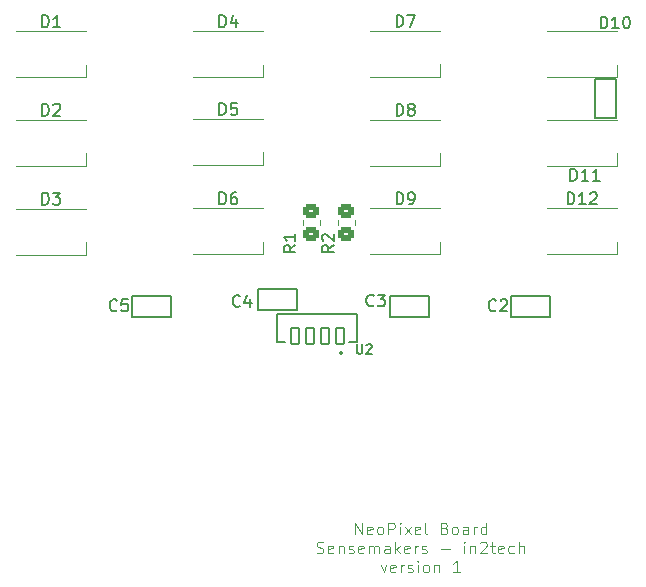
<source format=gbr>
%TF.GenerationSoftware,KiCad,Pcbnew,8.0.5*%
%TF.CreationDate,2024-10-07T22:09:58+02:00*%
%TF.ProjectId,kerstboom,6b657273-7462-46f6-9f6d-2e6b69636164,rev?*%
%TF.SameCoordinates,Original*%
%TF.FileFunction,Legend,Top*%
%TF.FilePolarity,Positive*%
%FSLAX46Y46*%
G04 Gerber Fmt 4.6, Leading zero omitted, Abs format (unit mm)*
G04 Created by KiCad (PCBNEW 8.0.5) date 2024-10-07 22:09:58*
%MOMM*%
%LPD*%
G01*
G04 APERTURE LIST*
G04 Aperture macros list*
%AMRoundRect*
0 Rectangle with rounded corners*
0 $1 Rounding radius*
0 $2 $3 $4 $5 $6 $7 $8 $9 X,Y pos of 4 corners*
0 Add a 4 corners polygon primitive as box body*
4,1,4,$2,$3,$4,$5,$6,$7,$8,$9,$2,$3,0*
0 Add four circle primitives for the rounded corners*
1,1,$1+$1,$2,$3*
1,1,$1+$1,$4,$5*
1,1,$1+$1,$6,$7*
1,1,$1+$1,$8,$9*
0 Add four rect primitives between the rounded corners*
20,1,$1+$1,$2,$3,$4,$5,0*
20,1,$1+$1,$4,$5,$6,$7,0*
20,1,$1+$1,$6,$7,$8,$9,0*
20,1,$1+$1,$8,$9,$2,$3,0*%
G04 Aperture macros list end*
%ADD10C,0.100000*%
%ADD11C,0.150000*%
%ADD12C,0.120000*%
%ADD13C,0.127000*%
%ADD14C,0.200000*%
%ADD15C,2.200000*%
%ADD16R,1.600000X0.850000*%
%ADD17C,3.200000*%
%ADD18RoundRect,0.250000X-0.450000X0.350000X-0.450000X-0.350000X0.450000X-0.350000X0.450000X0.350000X0*%
%ADD19R,1.016000X1.400000*%
%ADD20RoundRect,0.102000X-0.350000X0.700000X-0.350000X-0.700000X0.350000X-0.700000X0.350000X0.700000X0*%
%ADD21R,1.400000X1.016000*%
%ADD22R,1.270000X1.270000*%
%ADD23C,1.270000*%
%ADD24R,1.700000X1.700000*%
%ADD25O,1.700000X1.700000*%
%ADD26O,2.748280X1.998980*%
G04 APERTURE END LIST*
D10*
X133002380Y-122152531D02*
X133002380Y-121152531D01*
X133002380Y-121152531D02*
X133573808Y-122152531D01*
X133573808Y-122152531D02*
X133573808Y-121152531D01*
X134430951Y-122104912D02*
X134335713Y-122152531D01*
X134335713Y-122152531D02*
X134145237Y-122152531D01*
X134145237Y-122152531D02*
X134049999Y-122104912D01*
X134049999Y-122104912D02*
X134002380Y-122009673D01*
X134002380Y-122009673D02*
X134002380Y-121628721D01*
X134002380Y-121628721D02*
X134049999Y-121533483D01*
X134049999Y-121533483D02*
X134145237Y-121485864D01*
X134145237Y-121485864D02*
X134335713Y-121485864D01*
X134335713Y-121485864D02*
X134430951Y-121533483D01*
X134430951Y-121533483D02*
X134478570Y-121628721D01*
X134478570Y-121628721D02*
X134478570Y-121723959D01*
X134478570Y-121723959D02*
X134002380Y-121819197D01*
X135049999Y-122152531D02*
X134954761Y-122104912D01*
X134954761Y-122104912D02*
X134907142Y-122057292D01*
X134907142Y-122057292D02*
X134859523Y-121962054D01*
X134859523Y-121962054D02*
X134859523Y-121676340D01*
X134859523Y-121676340D02*
X134907142Y-121581102D01*
X134907142Y-121581102D02*
X134954761Y-121533483D01*
X134954761Y-121533483D02*
X135049999Y-121485864D01*
X135049999Y-121485864D02*
X135192856Y-121485864D01*
X135192856Y-121485864D02*
X135288094Y-121533483D01*
X135288094Y-121533483D02*
X135335713Y-121581102D01*
X135335713Y-121581102D02*
X135383332Y-121676340D01*
X135383332Y-121676340D02*
X135383332Y-121962054D01*
X135383332Y-121962054D02*
X135335713Y-122057292D01*
X135335713Y-122057292D02*
X135288094Y-122104912D01*
X135288094Y-122104912D02*
X135192856Y-122152531D01*
X135192856Y-122152531D02*
X135049999Y-122152531D01*
X135811904Y-122152531D02*
X135811904Y-121152531D01*
X135811904Y-121152531D02*
X136192856Y-121152531D01*
X136192856Y-121152531D02*
X136288094Y-121200150D01*
X136288094Y-121200150D02*
X136335713Y-121247769D01*
X136335713Y-121247769D02*
X136383332Y-121343007D01*
X136383332Y-121343007D02*
X136383332Y-121485864D01*
X136383332Y-121485864D02*
X136335713Y-121581102D01*
X136335713Y-121581102D02*
X136288094Y-121628721D01*
X136288094Y-121628721D02*
X136192856Y-121676340D01*
X136192856Y-121676340D02*
X135811904Y-121676340D01*
X136811904Y-122152531D02*
X136811904Y-121485864D01*
X136811904Y-121152531D02*
X136764285Y-121200150D01*
X136764285Y-121200150D02*
X136811904Y-121247769D01*
X136811904Y-121247769D02*
X136859523Y-121200150D01*
X136859523Y-121200150D02*
X136811904Y-121152531D01*
X136811904Y-121152531D02*
X136811904Y-121247769D01*
X137192856Y-122152531D02*
X137716665Y-121485864D01*
X137192856Y-121485864D02*
X137716665Y-122152531D01*
X138478570Y-122104912D02*
X138383332Y-122152531D01*
X138383332Y-122152531D02*
X138192856Y-122152531D01*
X138192856Y-122152531D02*
X138097618Y-122104912D01*
X138097618Y-122104912D02*
X138049999Y-122009673D01*
X138049999Y-122009673D02*
X138049999Y-121628721D01*
X138049999Y-121628721D02*
X138097618Y-121533483D01*
X138097618Y-121533483D02*
X138192856Y-121485864D01*
X138192856Y-121485864D02*
X138383332Y-121485864D01*
X138383332Y-121485864D02*
X138478570Y-121533483D01*
X138478570Y-121533483D02*
X138526189Y-121628721D01*
X138526189Y-121628721D02*
X138526189Y-121723959D01*
X138526189Y-121723959D02*
X138049999Y-121819197D01*
X139097618Y-122152531D02*
X139002380Y-122104912D01*
X139002380Y-122104912D02*
X138954761Y-122009673D01*
X138954761Y-122009673D02*
X138954761Y-121152531D01*
X140573809Y-121628721D02*
X140716666Y-121676340D01*
X140716666Y-121676340D02*
X140764285Y-121723959D01*
X140764285Y-121723959D02*
X140811904Y-121819197D01*
X140811904Y-121819197D02*
X140811904Y-121962054D01*
X140811904Y-121962054D02*
X140764285Y-122057292D01*
X140764285Y-122057292D02*
X140716666Y-122104912D01*
X140716666Y-122104912D02*
X140621428Y-122152531D01*
X140621428Y-122152531D02*
X140240476Y-122152531D01*
X140240476Y-122152531D02*
X140240476Y-121152531D01*
X140240476Y-121152531D02*
X140573809Y-121152531D01*
X140573809Y-121152531D02*
X140669047Y-121200150D01*
X140669047Y-121200150D02*
X140716666Y-121247769D01*
X140716666Y-121247769D02*
X140764285Y-121343007D01*
X140764285Y-121343007D02*
X140764285Y-121438245D01*
X140764285Y-121438245D02*
X140716666Y-121533483D01*
X140716666Y-121533483D02*
X140669047Y-121581102D01*
X140669047Y-121581102D02*
X140573809Y-121628721D01*
X140573809Y-121628721D02*
X140240476Y-121628721D01*
X141383333Y-122152531D02*
X141288095Y-122104912D01*
X141288095Y-122104912D02*
X141240476Y-122057292D01*
X141240476Y-122057292D02*
X141192857Y-121962054D01*
X141192857Y-121962054D02*
X141192857Y-121676340D01*
X141192857Y-121676340D02*
X141240476Y-121581102D01*
X141240476Y-121581102D02*
X141288095Y-121533483D01*
X141288095Y-121533483D02*
X141383333Y-121485864D01*
X141383333Y-121485864D02*
X141526190Y-121485864D01*
X141526190Y-121485864D02*
X141621428Y-121533483D01*
X141621428Y-121533483D02*
X141669047Y-121581102D01*
X141669047Y-121581102D02*
X141716666Y-121676340D01*
X141716666Y-121676340D02*
X141716666Y-121962054D01*
X141716666Y-121962054D02*
X141669047Y-122057292D01*
X141669047Y-122057292D02*
X141621428Y-122104912D01*
X141621428Y-122104912D02*
X141526190Y-122152531D01*
X141526190Y-122152531D02*
X141383333Y-122152531D01*
X142573809Y-122152531D02*
X142573809Y-121628721D01*
X142573809Y-121628721D02*
X142526190Y-121533483D01*
X142526190Y-121533483D02*
X142430952Y-121485864D01*
X142430952Y-121485864D02*
X142240476Y-121485864D01*
X142240476Y-121485864D02*
X142145238Y-121533483D01*
X142573809Y-122104912D02*
X142478571Y-122152531D01*
X142478571Y-122152531D02*
X142240476Y-122152531D01*
X142240476Y-122152531D02*
X142145238Y-122104912D01*
X142145238Y-122104912D02*
X142097619Y-122009673D01*
X142097619Y-122009673D02*
X142097619Y-121914435D01*
X142097619Y-121914435D02*
X142145238Y-121819197D01*
X142145238Y-121819197D02*
X142240476Y-121771578D01*
X142240476Y-121771578D02*
X142478571Y-121771578D01*
X142478571Y-121771578D02*
X142573809Y-121723959D01*
X143050000Y-122152531D02*
X143050000Y-121485864D01*
X143050000Y-121676340D02*
X143097619Y-121581102D01*
X143097619Y-121581102D02*
X143145238Y-121533483D01*
X143145238Y-121533483D02*
X143240476Y-121485864D01*
X143240476Y-121485864D02*
X143335714Y-121485864D01*
X144097619Y-122152531D02*
X144097619Y-121152531D01*
X144097619Y-122104912D02*
X144002381Y-122152531D01*
X144002381Y-122152531D02*
X143811905Y-122152531D01*
X143811905Y-122152531D02*
X143716667Y-122104912D01*
X143716667Y-122104912D02*
X143669048Y-122057292D01*
X143669048Y-122057292D02*
X143621429Y-121962054D01*
X143621429Y-121962054D02*
X143621429Y-121676340D01*
X143621429Y-121676340D02*
X143669048Y-121581102D01*
X143669048Y-121581102D02*
X143716667Y-121533483D01*
X143716667Y-121533483D02*
X143811905Y-121485864D01*
X143811905Y-121485864D02*
X144002381Y-121485864D01*
X144002381Y-121485864D02*
X144097619Y-121533483D01*
X129740475Y-123714856D02*
X129883332Y-123762475D01*
X129883332Y-123762475D02*
X130121427Y-123762475D01*
X130121427Y-123762475D02*
X130216665Y-123714856D01*
X130216665Y-123714856D02*
X130264284Y-123667236D01*
X130264284Y-123667236D02*
X130311903Y-123571998D01*
X130311903Y-123571998D02*
X130311903Y-123476760D01*
X130311903Y-123476760D02*
X130264284Y-123381522D01*
X130264284Y-123381522D02*
X130216665Y-123333903D01*
X130216665Y-123333903D02*
X130121427Y-123286284D01*
X130121427Y-123286284D02*
X129930951Y-123238665D01*
X129930951Y-123238665D02*
X129835713Y-123191046D01*
X129835713Y-123191046D02*
X129788094Y-123143427D01*
X129788094Y-123143427D02*
X129740475Y-123048189D01*
X129740475Y-123048189D02*
X129740475Y-122952951D01*
X129740475Y-122952951D02*
X129788094Y-122857713D01*
X129788094Y-122857713D02*
X129835713Y-122810094D01*
X129835713Y-122810094D02*
X129930951Y-122762475D01*
X129930951Y-122762475D02*
X130169046Y-122762475D01*
X130169046Y-122762475D02*
X130311903Y-122810094D01*
X131121427Y-123714856D02*
X131026189Y-123762475D01*
X131026189Y-123762475D02*
X130835713Y-123762475D01*
X130835713Y-123762475D02*
X130740475Y-123714856D01*
X130740475Y-123714856D02*
X130692856Y-123619617D01*
X130692856Y-123619617D02*
X130692856Y-123238665D01*
X130692856Y-123238665D02*
X130740475Y-123143427D01*
X130740475Y-123143427D02*
X130835713Y-123095808D01*
X130835713Y-123095808D02*
X131026189Y-123095808D01*
X131026189Y-123095808D02*
X131121427Y-123143427D01*
X131121427Y-123143427D02*
X131169046Y-123238665D01*
X131169046Y-123238665D02*
X131169046Y-123333903D01*
X131169046Y-123333903D02*
X130692856Y-123429141D01*
X131597618Y-123095808D02*
X131597618Y-123762475D01*
X131597618Y-123191046D02*
X131645237Y-123143427D01*
X131645237Y-123143427D02*
X131740475Y-123095808D01*
X131740475Y-123095808D02*
X131883332Y-123095808D01*
X131883332Y-123095808D02*
X131978570Y-123143427D01*
X131978570Y-123143427D02*
X132026189Y-123238665D01*
X132026189Y-123238665D02*
X132026189Y-123762475D01*
X132454761Y-123714856D02*
X132549999Y-123762475D01*
X132549999Y-123762475D02*
X132740475Y-123762475D01*
X132740475Y-123762475D02*
X132835713Y-123714856D01*
X132835713Y-123714856D02*
X132883332Y-123619617D01*
X132883332Y-123619617D02*
X132883332Y-123571998D01*
X132883332Y-123571998D02*
X132835713Y-123476760D01*
X132835713Y-123476760D02*
X132740475Y-123429141D01*
X132740475Y-123429141D02*
X132597618Y-123429141D01*
X132597618Y-123429141D02*
X132502380Y-123381522D01*
X132502380Y-123381522D02*
X132454761Y-123286284D01*
X132454761Y-123286284D02*
X132454761Y-123238665D01*
X132454761Y-123238665D02*
X132502380Y-123143427D01*
X132502380Y-123143427D02*
X132597618Y-123095808D01*
X132597618Y-123095808D02*
X132740475Y-123095808D01*
X132740475Y-123095808D02*
X132835713Y-123143427D01*
X133692856Y-123714856D02*
X133597618Y-123762475D01*
X133597618Y-123762475D02*
X133407142Y-123762475D01*
X133407142Y-123762475D02*
X133311904Y-123714856D01*
X133311904Y-123714856D02*
X133264285Y-123619617D01*
X133264285Y-123619617D02*
X133264285Y-123238665D01*
X133264285Y-123238665D02*
X133311904Y-123143427D01*
X133311904Y-123143427D02*
X133407142Y-123095808D01*
X133407142Y-123095808D02*
X133597618Y-123095808D01*
X133597618Y-123095808D02*
X133692856Y-123143427D01*
X133692856Y-123143427D02*
X133740475Y-123238665D01*
X133740475Y-123238665D02*
X133740475Y-123333903D01*
X133740475Y-123333903D02*
X133264285Y-123429141D01*
X134169047Y-123762475D02*
X134169047Y-123095808D01*
X134169047Y-123191046D02*
X134216666Y-123143427D01*
X134216666Y-123143427D02*
X134311904Y-123095808D01*
X134311904Y-123095808D02*
X134454761Y-123095808D01*
X134454761Y-123095808D02*
X134549999Y-123143427D01*
X134549999Y-123143427D02*
X134597618Y-123238665D01*
X134597618Y-123238665D02*
X134597618Y-123762475D01*
X134597618Y-123238665D02*
X134645237Y-123143427D01*
X134645237Y-123143427D02*
X134740475Y-123095808D01*
X134740475Y-123095808D02*
X134883332Y-123095808D01*
X134883332Y-123095808D02*
X134978571Y-123143427D01*
X134978571Y-123143427D02*
X135026190Y-123238665D01*
X135026190Y-123238665D02*
X135026190Y-123762475D01*
X135930951Y-123762475D02*
X135930951Y-123238665D01*
X135930951Y-123238665D02*
X135883332Y-123143427D01*
X135883332Y-123143427D02*
X135788094Y-123095808D01*
X135788094Y-123095808D02*
X135597618Y-123095808D01*
X135597618Y-123095808D02*
X135502380Y-123143427D01*
X135930951Y-123714856D02*
X135835713Y-123762475D01*
X135835713Y-123762475D02*
X135597618Y-123762475D01*
X135597618Y-123762475D02*
X135502380Y-123714856D01*
X135502380Y-123714856D02*
X135454761Y-123619617D01*
X135454761Y-123619617D02*
X135454761Y-123524379D01*
X135454761Y-123524379D02*
X135502380Y-123429141D01*
X135502380Y-123429141D02*
X135597618Y-123381522D01*
X135597618Y-123381522D02*
X135835713Y-123381522D01*
X135835713Y-123381522D02*
X135930951Y-123333903D01*
X136407142Y-123762475D02*
X136407142Y-122762475D01*
X136502380Y-123381522D02*
X136788094Y-123762475D01*
X136788094Y-123095808D02*
X136407142Y-123476760D01*
X137597618Y-123714856D02*
X137502380Y-123762475D01*
X137502380Y-123762475D02*
X137311904Y-123762475D01*
X137311904Y-123762475D02*
X137216666Y-123714856D01*
X137216666Y-123714856D02*
X137169047Y-123619617D01*
X137169047Y-123619617D02*
X137169047Y-123238665D01*
X137169047Y-123238665D02*
X137216666Y-123143427D01*
X137216666Y-123143427D02*
X137311904Y-123095808D01*
X137311904Y-123095808D02*
X137502380Y-123095808D01*
X137502380Y-123095808D02*
X137597618Y-123143427D01*
X137597618Y-123143427D02*
X137645237Y-123238665D01*
X137645237Y-123238665D02*
X137645237Y-123333903D01*
X137645237Y-123333903D02*
X137169047Y-123429141D01*
X138073809Y-123762475D02*
X138073809Y-123095808D01*
X138073809Y-123286284D02*
X138121428Y-123191046D01*
X138121428Y-123191046D02*
X138169047Y-123143427D01*
X138169047Y-123143427D02*
X138264285Y-123095808D01*
X138264285Y-123095808D02*
X138359523Y-123095808D01*
X138645238Y-123714856D02*
X138740476Y-123762475D01*
X138740476Y-123762475D02*
X138930952Y-123762475D01*
X138930952Y-123762475D02*
X139026190Y-123714856D01*
X139026190Y-123714856D02*
X139073809Y-123619617D01*
X139073809Y-123619617D02*
X139073809Y-123571998D01*
X139073809Y-123571998D02*
X139026190Y-123476760D01*
X139026190Y-123476760D02*
X138930952Y-123429141D01*
X138930952Y-123429141D02*
X138788095Y-123429141D01*
X138788095Y-123429141D02*
X138692857Y-123381522D01*
X138692857Y-123381522D02*
X138645238Y-123286284D01*
X138645238Y-123286284D02*
X138645238Y-123238665D01*
X138645238Y-123238665D02*
X138692857Y-123143427D01*
X138692857Y-123143427D02*
X138788095Y-123095808D01*
X138788095Y-123095808D02*
X138930952Y-123095808D01*
X138930952Y-123095808D02*
X139026190Y-123143427D01*
X140264286Y-123381522D02*
X141026191Y-123381522D01*
X142264286Y-123762475D02*
X142264286Y-123095808D01*
X142264286Y-122762475D02*
X142216667Y-122810094D01*
X142216667Y-122810094D02*
X142264286Y-122857713D01*
X142264286Y-122857713D02*
X142311905Y-122810094D01*
X142311905Y-122810094D02*
X142264286Y-122762475D01*
X142264286Y-122762475D02*
X142264286Y-122857713D01*
X142740476Y-123095808D02*
X142740476Y-123762475D01*
X142740476Y-123191046D02*
X142788095Y-123143427D01*
X142788095Y-123143427D02*
X142883333Y-123095808D01*
X142883333Y-123095808D02*
X143026190Y-123095808D01*
X143026190Y-123095808D02*
X143121428Y-123143427D01*
X143121428Y-123143427D02*
X143169047Y-123238665D01*
X143169047Y-123238665D02*
X143169047Y-123762475D01*
X143597619Y-122857713D02*
X143645238Y-122810094D01*
X143645238Y-122810094D02*
X143740476Y-122762475D01*
X143740476Y-122762475D02*
X143978571Y-122762475D01*
X143978571Y-122762475D02*
X144073809Y-122810094D01*
X144073809Y-122810094D02*
X144121428Y-122857713D01*
X144121428Y-122857713D02*
X144169047Y-122952951D01*
X144169047Y-122952951D02*
X144169047Y-123048189D01*
X144169047Y-123048189D02*
X144121428Y-123191046D01*
X144121428Y-123191046D02*
X143550000Y-123762475D01*
X143550000Y-123762475D02*
X144169047Y-123762475D01*
X144454762Y-123095808D02*
X144835714Y-123095808D01*
X144597619Y-122762475D02*
X144597619Y-123619617D01*
X144597619Y-123619617D02*
X144645238Y-123714856D01*
X144645238Y-123714856D02*
X144740476Y-123762475D01*
X144740476Y-123762475D02*
X144835714Y-123762475D01*
X145550000Y-123714856D02*
X145454762Y-123762475D01*
X145454762Y-123762475D02*
X145264286Y-123762475D01*
X145264286Y-123762475D02*
X145169048Y-123714856D01*
X145169048Y-123714856D02*
X145121429Y-123619617D01*
X145121429Y-123619617D02*
X145121429Y-123238665D01*
X145121429Y-123238665D02*
X145169048Y-123143427D01*
X145169048Y-123143427D02*
X145264286Y-123095808D01*
X145264286Y-123095808D02*
X145454762Y-123095808D01*
X145454762Y-123095808D02*
X145550000Y-123143427D01*
X145550000Y-123143427D02*
X145597619Y-123238665D01*
X145597619Y-123238665D02*
X145597619Y-123333903D01*
X145597619Y-123333903D02*
X145121429Y-123429141D01*
X146454762Y-123714856D02*
X146359524Y-123762475D01*
X146359524Y-123762475D02*
X146169048Y-123762475D01*
X146169048Y-123762475D02*
X146073810Y-123714856D01*
X146073810Y-123714856D02*
X146026191Y-123667236D01*
X146026191Y-123667236D02*
X145978572Y-123571998D01*
X145978572Y-123571998D02*
X145978572Y-123286284D01*
X145978572Y-123286284D02*
X146026191Y-123191046D01*
X146026191Y-123191046D02*
X146073810Y-123143427D01*
X146073810Y-123143427D02*
X146169048Y-123095808D01*
X146169048Y-123095808D02*
X146359524Y-123095808D01*
X146359524Y-123095808D02*
X146454762Y-123143427D01*
X146883334Y-123762475D02*
X146883334Y-122762475D01*
X147311905Y-123762475D02*
X147311905Y-123238665D01*
X147311905Y-123238665D02*
X147264286Y-123143427D01*
X147264286Y-123143427D02*
X147169048Y-123095808D01*
X147169048Y-123095808D02*
X147026191Y-123095808D01*
X147026191Y-123095808D02*
X146930953Y-123143427D01*
X146930953Y-123143427D02*
X146883334Y-123191046D01*
X135169047Y-124705752D02*
X135407142Y-125372419D01*
X135407142Y-125372419D02*
X135645237Y-124705752D01*
X136407142Y-125324800D02*
X136311904Y-125372419D01*
X136311904Y-125372419D02*
X136121428Y-125372419D01*
X136121428Y-125372419D02*
X136026190Y-125324800D01*
X136026190Y-125324800D02*
X135978571Y-125229561D01*
X135978571Y-125229561D02*
X135978571Y-124848609D01*
X135978571Y-124848609D02*
X136026190Y-124753371D01*
X136026190Y-124753371D02*
X136121428Y-124705752D01*
X136121428Y-124705752D02*
X136311904Y-124705752D01*
X136311904Y-124705752D02*
X136407142Y-124753371D01*
X136407142Y-124753371D02*
X136454761Y-124848609D01*
X136454761Y-124848609D02*
X136454761Y-124943847D01*
X136454761Y-124943847D02*
X135978571Y-125039085D01*
X136883333Y-125372419D02*
X136883333Y-124705752D01*
X136883333Y-124896228D02*
X136930952Y-124800990D01*
X136930952Y-124800990D02*
X136978571Y-124753371D01*
X136978571Y-124753371D02*
X137073809Y-124705752D01*
X137073809Y-124705752D02*
X137169047Y-124705752D01*
X137454762Y-125324800D02*
X137550000Y-125372419D01*
X137550000Y-125372419D02*
X137740476Y-125372419D01*
X137740476Y-125372419D02*
X137835714Y-125324800D01*
X137835714Y-125324800D02*
X137883333Y-125229561D01*
X137883333Y-125229561D02*
X137883333Y-125181942D01*
X137883333Y-125181942D02*
X137835714Y-125086704D01*
X137835714Y-125086704D02*
X137740476Y-125039085D01*
X137740476Y-125039085D02*
X137597619Y-125039085D01*
X137597619Y-125039085D02*
X137502381Y-124991466D01*
X137502381Y-124991466D02*
X137454762Y-124896228D01*
X137454762Y-124896228D02*
X137454762Y-124848609D01*
X137454762Y-124848609D02*
X137502381Y-124753371D01*
X137502381Y-124753371D02*
X137597619Y-124705752D01*
X137597619Y-124705752D02*
X137740476Y-124705752D01*
X137740476Y-124705752D02*
X137835714Y-124753371D01*
X138311905Y-125372419D02*
X138311905Y-124705752D01*
X138311905Y-124372419D02*
X138264286Y-124420038D01*
X138264286Y-124420038D02*
X138311905Y-124467657D01*
X138311905Y-124467657D02*
X138359524Y-124420038D01*
X138359524Y-124420038D02*
X138311905Y-124372419D01*
X138311905Y-124372419D02*
X138311905Y-124467657D01*
X138930952Y-125372419D02*
X138835714Y-125324800D01*
X138835714Y-125324800D02*
X138788095Y-125277180D01*
X138788095Y-125277180D02*
X138740476Y-125181942D01*
X138740476Y-125181942D02*
X138740476Y-124896228D01*
X138740476Y-124896228D02*
X138788095Y-124800990D01*
X138788095Y-124800990D02*
X138835714Y-124753371D01*
X138835714Y-124753371D02*
X138930952Y-124705752D01*
X138930952Y-124705752D02*
X139073809Y-124705752D01*
X139073809Y-124705752D02*
X139169047Y-124753371D01*
X139169047Y-124753371D02*
X139216666Y-124800990D01*
X139216666Y-124800990D02*
X139264285Y-124896228D01*
X139264285Y-124896228D02*
X139264285Y-125181942D01*
X139264285Y-125181942D02*
X139216666Y-125277180D01*
X139216666Y-125277180D02*
X139169047Y-125324800D01*
X139169047Y-125324800D02*
X139073809Y-125372419D01*
X139073809Y-125372419D02*
X138930952Y-125372419D01*
X139692857Y-124705752D02*
X139692857Y-125372419D01*
X139692857Y-124800990D02*
X139740476Y-124753371D01*
X139740476Y-124753371D02*
X139835714Y-124705752D01*
X139835714Y-124705752D02*
X139978571Y-124705752D01*
X139978571Y-124705752D02*
X140073809Y-124753371D01*
X140073809Y-124753371D02*
X140121428Y-124848609D01*
X140121428Y-124848609D02*
X140121428Y-125372419D01*
X141883333Y-125372419D02*
X141311905Y-125372419D01*
X141597619Y-125372419D02*
X141597619Y-124372419D01*
X141597619Y-124372419D02*
X141502381Y-124515276D01*
X141502381Y-124515276D02*
X141407143Y-124610514D01*
X141407143Y-124610514D02*
X141311905Y-124658133D01*
D11*
X106511905Y-79199819D02*
X106511905Y-78199819D01*
X106511905Y-78199819D02*
X106750000Y-78199819D01*
X106750000Y-78199819D02*
X106892857Y-78247438D01*
X106892857Y-78247438D02*
X106988095Y-78342676D01*
X106988095Y-78342676D02*
X107035714Y-78437914D01*
X107035714Y-78437914D02*
X107083333Y-78628390D01*
X107083333Y-78628390D02*
X107083333Y-78771247D01*
X107083333Y-78771247D02*
X107035714Y-78961723D01*
X107035714Y-78961723D02*
X106988095Y-79056961D01*
X106988095Y-79056961D02*
X106892857Y-79152200D01*
X106892857Y-79152200D02*
X106750000Y-79199819D01*
X106750000Y-79199819D02*
X106511905Y-79199819D01*
X108035714Y-79199819D02*
X107464286Y-79199819D01*
X107750000Y-79199819D02*
X107750000Y-78199819D01*
X107750000Y-78199819D02*
X107654762Y-78342676D01*
X107654762Y-78342676D02*
X107559524Y-78437914D01*
X107559524Y-78437914D02*
X107464286Y-78485533D01*
X106511905Y-86704819D02*
X106511905Y-85704819D01*
X106511905Y-85704819D02*
X106750000Y-85704819D01*
X106750000Y-85704819D02*
X106892857Y-85752438D01*
X106892857Y-85752438D02*
X106988095Y-85847676D01*
X106988095Y-85847676D02*
X107035714Y-85942914D01*
X107035714Y-85942914D02*
X107083333Y-86133390D01*
X107083333Y-86133390D02*
X107083333Y-86276247D01*
X107083333Y-86276247D02*
X107035714Y-86466723D01*
X107035714Y-86466723D02*
X106988095Y-86561961D01*
X106988095Y-86561961D02*
X106892857Y-86657200D01*
X106892857Y-86657200D02*
X106750000Y-86704819D01*
X106750000Y-86704819D02*
X106511905Y-86704819D01*
X107464286Y-85800057D02*
X107511905Y-85752438D01*
X107511905Y-85752438D02*
X107607143Y-85704819D01*
X107607143Y-85704819D02*
X107845238Y-85704819D01*
X107845238Y-85704819D02*
X107940476Y-85752438D01*
X107940476Y-85752438D02*
X107988095Y-85800057D01*
X107988095Y-85800057D02*
X108035714Y-85895295D01*
X108035714Y-85895295D02*
X108035714Y-85990533D01*
X108035714Y-85990533D02*
X107988095Y-86133390D01*
X107988095Y-86133390D02*
X107416667Y-86704819D01*
X107416667Y-86704819D02*
X108035714Y-86704819D01*
X150985714Y-94204819D02*
X150985714Y-93204819D01*
X150985714Y-93204819D02*
X151223809Y-93204819D01*
X151223809Y-93204819D02*
X151366666Y-93252438D01*
X151366666Y-93252438D02*
X151461904Y-93347676D01*
X151461904Y-93347676D02*
X151509523Y-93442914D01*
X151509523Y-93442914D02*
X151557142Y-93633390D01*
X151557142Y-93633390D02*
X151557142Y-93776247D01*
X151557142Y-93776247D02*
X151509523Y-93966723D01*
X151509523Y-93966723D02*
X151461904Y-94061961D01*
X151461904Y-94061961D02*
X151366666Y-94157200D01*
X151366666Y-94157200D02*
X151223809Y-94204819D01*
X151223809Y-94204819D02*
X150985714Y-94204819D01*
X152509523Y-94204819D02*
X151938095Y-94204819D01*
X152223809Y-94204819D02*
X152223809Y-93204819D01*
X152223809Y-93204819D02*
X152128571Y-93347676D01*
X152128571Y-93347676D02*
X152033333Y-93442914D01*
X152033333Y-93442914D02*
X151938095Y-93490533D01*
X152890476Y-93300057D02*
X152938095Y-93252438D01*
X152938095Y-93252438D02*
X153033333Y-93204819D01*
X153033333Y-93204819D02*
X153271428Y-93204819D01*
X153271428Y-93204819D02*
X153366666Y-93252438D01*
X153366666Y-93252438D02*
X153414285Y-93300057D01*
X153414285Y-93300057D02*
X153461904Y-93395295D01*
X153461904Y-93395295D02*
X153461904Y-93490533D01*
X153461904Y-93490533D02*
X153414285Y-93633390D01*
X153414285Y-93633390D02*
X152842857Y-94204819D01*
X152842857Y-94204819D02*
X153461904Y-94204819D01*
X121511905Y-79204819D02*
X121511905Y-78204819D01*
X121511905Y-78204819D02*
X121750000Y-78204819D01*
X121750000Y-78204819D02*
X121892857Y-78252438D01*
X121892857Y-78252438D02*
X121988095Y-78347676D01*
X121988095Y-78347676D02*
X122035714Y-78442914D01*
X122035714Y-78442914D02*
X122083333Y-78633390D01*
X122083333Y-78633390D02*
X122083333Y-78776247D01*
X122083333Y-78776247D02*
X122035714Y-78966723D01*
X122035714Y-78966723D02*
X121988095Y-79061961D01*
X121988095Y-79061961D02*
X121892857Y-79157200D01*
X121892857Y-79157200D02*
X121750000Y-79204819D01*
X121750000Y-79204819D02*
X121511905Y-79204819D01*
X122940476Y-78538152D02*
X122940476Y-79204819D01*
X122702381Y-78157200D02*
X122464286Y-78871485D01*
X122464286Y-78871485D02*
X123083333Y-78871485D01*
X136511905Y-79179819D02*
X136511905Y-78179819D01*
X136511905Y-78179819D02*
X136750000Y-78179819D01*
X136750000Y-78179819D02*
X136892857Y-78227438D01*
X136892857Y-78227438D02*
X136988095Y-78322676D01*
X136988095Y-78322676D02*
X137035714Y-78417914D01*
X137035714Y-78417914D02*
X137083333Y-78608390D01*
X137083333Y-78608390D02*
X137083333Y-78751247D01*
X137083333Y-78751247D02*
X137035714Y-78941723D01*
X137035714Y-78941723D02*
X136988095Y-79036961D01*
X136988095Y-79036961D02*
X136892857Y-79132200D01*
X136892857Y-79132200D02*
X136750000Y-79179819D01*
X136750000Y-79179819D02*
X136511905Y-79179819D01*
X137416667Y-78179819D02*
X138083333Y-78179819D01*
X138083333Y-78179819D02*
X137654762Y-79179819D01*
X131204819Y-97666666D02*
X130728628Y-97999999D01*
X131204819Y-98238094D02*
X130204819Y-98238094D01*
X130204819Y-98238094D02*
X130204819Y-97857142D01*
X130204819Y-97857142D02*
X130252438Y-97761904D01*
X130252438Y-97761904D02*
X130300057Y-97714285D01*
X130300057Y-97714285D02*
X130395295Y-97666666D01*
X130395295Y-97666666D02*
X130538152Y-97666666D01*
X130538152Y-97666666D02*
X130633390Y-97714285D01*
X130633390Y-97714285D02*
X130681009Y-97761904D01*
X130681009Y-97761904D02*
X130728628Y-97857142D01*
X130728628Y-97857142D02*
X130728628Y-98238094D01*
X130300057Y-97285713D02*
X130252438Y-97238094D01*
X130252438Y-97238094D02*
X130204819Y-97142856D01*
X130204819Y-97142856D02*
X130204819Y-96904761D01*
X130204819Y-96904761D02*
X130252438Y-96809523D01*
X130252438Y-96809523D02*
X130300057Y-96761904D01*
X130300057Y-96761904D02*
X130395295Y-96714285D01*
X130395295Y-96714285D02*
X130490533Y-96714285D01*
X130490533Y-96714285D02*
X130633390Y-96761904D01*
X130633390Y-96761904D02*
X131204819Y-97333332D01*
X131204819Y-97333332D02*
X131204819Y-96714285D01*
X121511905Y-86629819D02*
X121511905Y-85629819D01*
X121511905Y-85629819D02*
X121750000Y-85629819D01*
X121750000Y-85629819D02*
X121892857Y-85677438D01*
X121892857Y-85677438D02*
X121988095Y-85772676D01*
X121988095Y-85772676D02*
X122035714Y-85867914D01*
X122035714Y-85867914D02*
X122083333Y-86058390D01*
X122083333Y-86058390D02*
X122083333Y-86201247D01*
X122083333Y-86201247D02*
X122035714Y-86391723D01*
X122035714Y-86391723D02*
X121988095Y-86486961D01*
X121988095Y-86486961D02*
X121892857Y-86582200D01*
X121892857Y-86582200D02*
X121750000Y-86629819D01*
X121750000Y-86629819D02*
X121511905Y-86629819D01*
X122988095Y-85629819D02*
X122511905Y-85629819D01*
X122511905Y-85629819D02*
X122464286Y-86106009D01*
X122464286Y-86106009D02*
X122511905Y-86058390D01*
X122511905Y-86058390D02*
X122607143Y-86010771D01*
X122607143Y-86010771D02*
X122845238Y-86010771D01*
X122845238Y-86010771D02*
X122940476Y-86058390D01*
X122940476Y-86058390D02*
X122988095Y-86106009D01*
X122988095Y-86106009D02*
X123035714Y-86201247D01*
X123035714Y-86201247D02*
X123035714Y-86439342D01*
X123035714Y-86439342D02*
X122988095Y-86534580D01*
X122988095Y-86534580D02*
X122940476Y-86582200D01*
X122940476Y-86582200D02*
X122845238Y-86629819D01*
X122845238Y-86629819D02*
X122607143Y-86629819D01*
X122607143Y-86629819D02*
X122511905Y-86582200D01*
X122511905Y-86582200D02*
X122464286Y-86534580D01*
X144933333Y-103159580D02*
X144885714Y-103207200D01*
X144885714Y-103207200D02*
X144742857Y-103254819D01*
X144742857Y-103254819D02*
X144647619Y-103254819D01*
X144647619Y-103254819D02*
X144504762Y-103207200D01*
X144504762Y-103207200D02*
X144409524Y-103111961D01*
X144409524Y-103111961D02*
X144361905Y-103016723D01*
X144361905Y-103016723D02*
X144314286Y-102826247D01*
X144314286Y-102826247D02*
X144314286Y-102683390D01*
X144314286Y-102683390D02*
X144361905Y-102492914D01*
X144361905Y-102492914D02*
X144409524Y-102397676D01*
X144409524Y-102397676D02*
X144504762Y-102302438D01*
X144504762Y-102302438D02*
X144647619Y-102254819D01*
X144647619Y-102254819D02*
X144742857Y-102254819D01*
X144742857Y-102254819D02*
X144885714Y-102302438D01*
X144885714Y-102302438D02*
X144933333Y-102350057D01*
X145314286Y-102350057D02*
X145361905Y-102302438D01*
X145361905Y-102302438D02*
X145457143Y-102254819D01*
X145457143Y-102254819D02*
X145695238Y-102254819D01*
X145695238Y-102254819D02*
X145790476Y-102302438D01*
X145790476Y-102302438D02*
X145838095Y-102350057D01*
X145838095Y-102350057D02*
X145885714Y-102445295D01*
X145885714Y-102445295D02*
X145885714Y-102540533D01*
X145885714Y-102540533D02*
X145838095Y-102683390D01*
X145838095Y-102683390D02*
X145266667Y-103254819D01*
X145266667Y-103254819D02*
X145885714Y-103254819D01*
X151235714Y-92204819D02*
X151235714Y-91204819D01*
X151235714Y-91204819D02*
X151473809Y-91204819D01*
X151473809Y-91204819D02*
X151616666Y-91252438D01*
X151616666Y-91252438D02*
X151711904Y-91347676D01*
X151711904Y-91347676D02*
X151759523Y-91442914D01*
X151759523Y-91442914D02*
X151807142Y-91633390D01*
X151807142Y-91633390D02*
X151807142Y-91776247D01*
X151807142Y-91776247D02*
X151759523Y-91966723D01*
X151759523Y-91966723D02*
X151711904Y-92061961D01*
X151711904Y-92061961D02*
X151616666Y-92157200D01*
X151616666Y-92157200D02*
X151473809Y-92204819D01*
X151473809Y-92204819D02*
X151235714Y-92204819D01*
X152759523Y-92204819D02*
X152188095Y-92204819D01*
X152473809Y-92204819D02*
X152473809Y-91204819D01*
X152473809Y-91204819D02*
X152378571Y-91347676D01*
X152378571Y-91347676D02*
X152283333Y-91442914D01*
X152283333Y-91442914D02*
X152188095Y-91490533D01*
X153711904Y-92204819D02*
X153140476Y-92204819D01*
X153426190Y-92204819D02*
X153426190Y-91204819D01*
X153426190Y-91204819D02*
X153330952Y-91347676D01*
X153330952Y-91347676D02*
X153235714Y-91442914D01*
X153235714Y-91442914D02*
X153140476Y-91490533D01*
X123243333Y-102809580D02*
X123195714Y-102857200D01*
X123195714Y-102857200D02*
X123052857Y-102904819D01*
X123052857Y-102904819D02*
X122957619Y-102904819D01*
X122957619Y-102904819D02*
X122814762Y-102857200D01*
X122814762Y-102857200D02*
X122719524Y-102761961D01*
X122719524Y-102761961D02*
X122671905Y-102666723D01*
X122671905Y-102666723D02*
X122624286Y-102476247D01*
X122624286Y-102476247D02*
X122624286Y-102333390D01*
X122624286Y-102333390D02*
X122671905Y-102142914D01*
X122671905Y-102142914D02*
X122719524Y-102047676D01*
X122719524Y-102047676D02*
X122814762Y-101952438D01*
X122814762Y-101952438D02*
X122957619Y-101904819D01*
X122957619Y-101904819D02*
X123052857Y-101904819D01*
X123052857Y-101904819D02*
X123195714Y-101952438D01*
X123195714Y-101952438D02*
X123243333Y-102000057D01*
X124100476Y-102238152D02*
X124100476Y-102904819D01*
X123862381Y-101857200D02*
X123624286Y-102571485D01*
X123624286Y-102571485D02*
X124243333Y-102571485D01*
X121511905Y-94204819D02*
X121511905Y-93204819D01*
X121511905Y-93204819D02*
X121750000Y-93204819D01*
X121750000Y-93204819D02*
X121892857Y-93252438D01*
X121892857Y-93252438D02*
X121988095Y-93347676D01*
X121988095Y-93347676D02*
X122035714Y-93442914D01*
X122035714Y-93442914D02*
X122083333Y-93633390D01*
X122083333Y-93633390D02*
X122083333Y-93776247D01*
X122083333Y-93776247D02*
X122035714Y-93966723D01*
X122035714Y-93966723D02*
X121988095Y-94061961D01*
X121988095Y-94061961D02*
X121892857Y-94157200D01*
X121892857Y-94157200D02*
X121750000Y-94204819D01*
X121750000Y-94204819D02*
X121511905Y-94204819D01*
X122940476Y-93204819D02*
X122750000Y-93204819D01*
X122750000Y-93204819D02*
X122654762Y-93252438D01*
X122654762Y-93252438D02*
X122607143Y-93300057D01*
X122607143Y-93300057D02*
X122511905Y-93442914D01*
X122511905Y-93442914D02*
X122464286Y-93633390D01*
X122464286Y-93633390D02*
X122464286Y-94014342D01*
X122464286Y-94014342D02*
X122511905Y-94109580D01*
X122511905Y-94109580D02*
X122559524Y-94157200D01*
X122559524Y-94157200D02*
X122654762Y-94204819D01*
X122654762Y-94204819D02*
X122845238Y-94204819D01*
X122845238Y-94204819D02*
X122940476Y-94157200D01*
X122940476Y-94157200D02*
X122988095Y-94109580D01*
X122988095Y-94109580D02*
X123035714Y-94014342D01*
X123035714Y-94014342D02*
X123035714Y-93776247D01*
X123035714Y-93776247D02*
X122988095Y-93681009D01*
X122988095Y-93681009D02*
X122940476Y-93633390D01*
X122940476Y-93633390D02*
X122845238Y-93585771D01*
X122845238Y-93585771D02*
X122654762Y-93585771D01*
X122654762Y-93585771D02*
X122559524Y-93633390D01*
X122559524Y-93633390D02*
X122511905Y-93681009D01*
X122511905Y-93681009D02*
X122464286Y-93776247D01*
X133140476Y-106062295D02*
X133140476Y-106709914D01*
X133140476Y-106709914D02*
X133178571Y-106786104D01*
X133178571Y-106786104D02*
X133216666Y-106824200D01*
X133216666Y-106824200D02*
X133292857Y-106862295D01*
X133292857Y-106862295D02*
X133445238Y-106862295D01*
X133445238Y-106862295D02*
X133521428Y-106824200D01*
X133521428Y-106824200D02*
X133559523Y-106786104D01*
X133559523Y-106786104D02*
X133597619Y-106709914D01*
X133597619Y-106709914D02*
X133597619Y-106062295D01*
X133940475Y-106138485D02*
X133978571Y-106100390D01*
X133978571Y-106100390D02*
X134054761Y-106062295D01*
X134054761Y-106062295D02*
X134245237Y-106062295D01*
X134245237Y-106062295D02*
X134321428Y-106100390D01*
X134321428Y-106100390D02*
X134359523Y-106138485D01*
X134359523Y-106138485D02*
X134397618Y-106214676D01*
X134397618Y-106214676D02*
X134397618Y-106290866D01*
X134397618Y-106290866D02*
X134359523Y-106405152D01*
X134359523Y-106405152D02*
X133902380Y-106862295D01*
X133902380Y-106862295D02*
X134397618Y-106862295D01*
X136511905Y-86704819D02*
X136511905Y-85704819D01*
X136511905Y-85704819D02*
X136750000Y-85704819D01*
X136750000Y-85704819D02*
X136892857Y-85752438D01*
X136892857Y-85752438D02*
X136988095Y-85847676D01*
X136988095Y-85847676D02*
X137035714Y-85942914D01*
X137035714Y-85942914D02*
X137083333Y-86133390D01*
X137083333Y-86133390D02*
X137083333Y-86276247D01*
X137083333Y-86276247D02*
X137035714Y-86466723D01*
X137035714Y-86466723D02*
X136988095Y-86561961D01*
X136988095Y-86561961D02*
X136892857Y-86657200D01*
X136892857Y-86657200D02*
X136750000Y-86704819D01*
X136750000Y-86704819D02*
X136511905Y-86704819D01*
X137654762Y-86133390D02*
X137559524Y-86085771D01*
X137559524Y-86085771D02*
X137511905Y-86038152D01*
X137511905Y-86038152D02*
X137464286Y-85942914D01*
X137464286Y-85942914D02*
X137464286Y-85895295D01*
X137464286Y-85895295D02*
X137511905Y-85800057D01*
X137511905Y-85800057D02*
X137559524Y-85752438D01*
X137559524Y-85752438D02*
X137654762Y-85704819D01*
X137654762Y-85704819D02*
X137845238Y-85704819D01*
X137845238Y-85704819D02*
X137940476Y-85752438D01*
X137940476Y-85752438D02*
X137988095Y-85800057D01*
X137988095Y-85800057D02*
X138035714Y-85895295D01*
X138035714Y-85895295D02*
X138035714Y-85942914D01*
X138035714Y-85942914D02*
X137988095Y-86038152D01*
X137988095Y-86038152D02*
X137940476Y-86085771D01*
X137940476Y-86085771D02*
X137845238Y-86133390D01*
X137845238Y-86133390D02*
X137654762Y-86133390D01*
X137654762Y-86133390D02*
X137559524Y-86181009D01*
X137559524Y-86181009D02*
X137511905Y-86228628D01*
X137511905Y-86228628D02*
X137464286Y-86323866D01*
X137464286Y-86323866D02*
X137464286Y-86514342D01*
X137464286Y-86514342D02*
X137511905Y-86609580D01*
X137511905Y-86609580D02*
X137559524Y-86657200D01*
X137559524Y-86657200D02*
X137654762Y-86704819D01*
X137654762Y-86704819D02*
X137845238Y-86704819D01*
X137845238Y-86704819D02*
X137940476Y-86657200D01*
X137940476Y-86657200D02*
X137988095Y-86609580D01*
X137988095Y-86609580D02*
X138035714Y-86514342D01*
X138035714Y-86514342D02*
X138035714Y-86323866D01*
X138035714Y-86323866D02*
X137988095Y-86228628D01*
X137988095Y-86228628D02*
X137940476Y-86181009D01*
X137940476Y-86181009D02*
X137845238Y-86133390D01*
X136511905Y-94204819D02*
X136511905Y-93204819D01*
X136511905Y-93204819D02*
X136750000Y-93204819D01*
X136750000Y-93204819D02*
X136892857Y-93252438D01*
X136892857Y-93252438D02*
X136988095Y-93347676D01*
X136988095Y-93347676D02*
X137035714Y-93442914D01*
X137035714Y-93442914D02*
X137083333Y-93633390D01*
X137083333Y-93633390D02*
X137083333Y-93776247D01*
X137083333Y-93776247D02*
X137035714Y-93966723D01*
X137035714Y-93966723D02*
X136988095Y-94061961D01*
X136988095Y-94061961D02*
X136892857Y-94157200D01*
X136892857Y-94157200D02*
X136750000Y-94204819D01*
X136750000Y-94204819D02*
X136511905Y-94204819D01*
X137559524Y-94204819D02*
X137750000Y-94204819D01*
X137750000Y-94204819D02*
X137845238Y-94157200D01*
X137845238Y-94157200D02*
X137892857Y-94109580D01*
X137892857Y-94109580D02*
X137988095Y-93966723D01*
X137988095Y-93966723D02*
X138035714Y-93776247D01*
X138035714Y-93776247D02*
X138035714Y-93395295D01*
X138035714Y-93395295D02*
X137988095Y-93300057D01*
X137988095Y-93300057D02*
X137940476Y-93252438D01*
X137940476Y-93252438D02*
X137845238Y-93204819D01*
X137845238Y-93204819D02*
X137654762Y-93204819D01*
X137654762Y-93204819D02*
X137559524Y-93252438D01*
X137559524Y-93252438D02*
X137511905Y-93300057D01*
X137511905Y-93300057D02*
X137464286Y-93395295D01*
X137464286Y-93395295D02*
X137464286Y-93633390D01*
X137464286Y-93633390D02*
X137511905Y-93728628D01*
X137511905Y-93728628D02*
X137559524Y-93776247D01*
X137559524Y-93776247D02*
X137654762Y-93823866D01*
X137654762Y-93823866D02*
X137845238Y-93823866D01*
X137845238Y-93823866D02*
X137940476Y-93776247D01*
X137940476Y-93776247D02*
X137988095Y-93728628D01*
X137988095Y-93728628D02*
X138035714Y-93633390D01*
X106511905Y-94229819D02*
X106511905Y-93229819D01*
X106511905Y-93229819D02*
X106750000Y-93229819D01*
X106750000Y-93229819D02*
X106892857Y-93277438D01*
X106892857Y-93277438D02*
X106988095Y-93372676D01*
X106988095Y-93372676D02*
X107035714Y-93467914D01*
X107035714Y-93467914D02*
X107083333Y-93658390D01*
X107083333Y-93658390D02*
X107083333Y-93801247D01*
X107083333Y-93801247D02*
X107035714Y-93991723D01*
X107035714Y-93991723D02*
X106988095Y-94086961D01*
X106988095Y-94086961D02*
X106892857Y-94182200D01*
X106892857Y-94182200D02*
X106750000Y-94229819D01*
X106750000Y-94229819D02*
X106511905Y-94229819D01*
X107416667Y-93229819D02*
X108035714Y-93229819D01*
X108035714Y-93229819D02*
X107702381Y-93610771D01*
X107702381Y-93610771D02*
X107845238Y-93610771D01*
X107845238Y-93610771D02*
X107940476Y-93658390D01*
X107940476Y-93658390D02*
X107988095Y-93706009D01*
X107988095Y-93706009D02*
X108035714Y-93801247D01*
X108035714Y-93801247D02*
X108035714Y-94039342D01*
X108035714Y-94039342D02*
X107988095Y-94134580D01*
X107988095Y-94134580D02*
X107940476Y-94182200D01*
X107940476Y-94182200D02*
X107845238Y-94229819D01*
X107845238Y-94229819D02*
X107559524Y-94229819D01*
X107559524Y-94229819D02*
X107464286Y-94182200D01*
X107464286Y-94182200D02*
X107416667Y-94134580D01*
X134583333Y-102759580D02*
X134535714Y-102807200D01*
X134535714Y-102807200D02*
X134392857Y-102854819D01*
X134392857Y-102854819D02*
X134297619Y-102854819D01*
X134297619Y-102854819D02*
X134154762Y-102807200D01*
X134154762Y-102807200D02*
X134059524Y-102711961D01*
X134059524Y-102711961D02*
X134011905Y-102616723D01*
X134011905Y-102616723D02*
X133964286Y-102426247D01*
X133964286Y-102426247D02*
X133964286Y-102283390D01*
X133964286Y-102283390D02*
X134011905Y-102092914D01*
X134011905Y-102092914D02*
X134059524Y-101997676D01*
X134059524Y-101997676D02*
X134154762Y-101902438D01*
X134154762Y-101902438D02*
X134297619Y-101854819D01*
X134297619Y-101854819D02*
X134392857Y-101854819D01*
X134392857Y-101854819D02*
X134535714Y-101902438D01*
X134535714Y-101902438D02*
X134583333Y-101950057D01*
X134916667Y-101854819D02*
X135535714Y-101854819D01*
X135535714Y-101854819D02*
X135202381Y-102235771D01*
X135202381Y-102235771D02*
X135345238Y-102235771D01*
X135345238Y-102235771D02*
X135440476Y-102283390D01*
X135440476Y-102283390D02*
X135488095Y-102331009D01*
X135488095Y-102331009D02*
X135535714Y-102426247D01*
X135535714Y-102426247D02*
X135535714Y-102664342D01*
X135535714Y-102664342D02*
X135488095Y-102759580D01*
X135488095Y-102759580D02*
X135440476Y-102807200D01*
X135440476Y-102807200D02*
X135345238Y-102854819D01*
X135345238Y-102854819D02*
X135059524Y-102854819D01*
X135059524Y-102854819D02*
X134964286Y-102807200D01*
X134964286Y-102807200D02*
X134916667Y-102759580D01*
X127954819Y-97666666D02*
X127478628Y-97999999D01*
X127954819Y-98238094D02*
X126954819Y-98238094D01*
X126954819Y-98238094D02*
X126954819Y-97857142D01*
X126954819Y-97857142D02*
X127002438Y-97761904D01*
X127002438Y-97761904D02*
X127050057Y-97714285D01*
X127050057Y-97714285D02*
X127145295Y-97666666D01*
X127145295Y-97666666D02*
X127288152Y-97666666D01*
X127288152Y-97666666D02*
X127383390Y-97714285D01*
X127383390Y-97714285D02*
X127431009Y-97761904D01*
X127431009Y-97761904D02*
X127478628Y-97857142D01*
X127478628Y-97857142D02*
X127478628Y-98238094D01*
X127954819Y-96714285D02*
X127954819Y-97285713D01*
X127954819Y-96999999D02*
X126954819Y-96999999D01*
X126954819Y-96999999D02*
X127097676Y-97095237D01*
X127097676Y-97095237D02*
X127192914Y-97190475D01*
X127192914Y-97190475D02*
X127240533Y-97285713D01*
X112833333Y-103159580D02*
X112785714Y-103207200D01*
X112785714Y-103207200D02*
X112642857Y-103254819D01*
X112642857Y-103254819D02*
X112547619Y-103254819D01*
X112547619Y-103254819D02*
X112404762Y-103207200D01*
X112404762Y-103207200D02*
X112309524Y-103111961D01*
X112309524Y-103111961D02*
X112261905Y-103016723D01*
X112261905Y-103016723D02*
X112214286Y-102826247D01*
X112214286Y-102826247D02*
X112214286Y-102683390D01*
X112214286Y-102683390D02*
X112261905Y-102492914D01*
X112261905Y-102492914D02*
X112309524Y-102397676D01*
X112309524Y-102397676D02*
X112404762Y-102302438D01*
X112404762Y-102302438D02*
X112547619Y-102254819D01*
X112547619Y-102254819D02*
X112642857Y-102254819D01*
X112642857Y-102254819D02*
X112785714Y-102302438D01*
X112785714Y-102302438D02*
X112833333Y-102350057D01*
X113738095Y-102254819D02*
X113261905Y-102254819D01*
X113261905Y-102254819D02*
X113214286Y-102731009D01*
X113214286Y-102731009D02*
X113261905Y-102683390D01*
X113261905Y-102683390D02*
X113357143Y-102635771D01*
X113357143Y-102635771D02*
X113595238Y-102635771D01*
X113595238Y-102635771D02*
X113690476Y-102683390D01*
X113690476Y-102683390D02*
X113738095Y-102731009D01*
X113738095Y-102731009D02*
X113785714Y-102826247D01*
X113785714Y-102826247D02*
X113785714Y-103064342D01*
X113785714Y-103064342D02*
X113738095Y-103159580D01*
X113738095Y-103159580D02*
X113690476Y-103207200D01*
X113690476Y-103207200D02*
X113595238Y-103254819D01*
X113595238Y-103254819D02*
X113357143Y-103254819D01*
X113357143Y-103254819D02*
X113261905Y-103207200D01*
X113261905Y-103207200D02*
X113214286Y-103159580D01*
X153785714Y-79304819D02*
X153785714Y-78304819D01*
X153785714Y-78304819D02*
X154023809Y-78304819D01*
X154023809Y-78304819D02*
X154166666Y-78352438D01*
X154166666Y-78352438D02*
X154261904Y-78447676D01*
X154261904Y-78447676D02*
X154309523Y-78542914D01*
X154309523Y-78542914D02*
X154357142Y-78733390D01*
X154357142Y-78733390D02*
X154357142Y-78876247D01*
X154357142Y-78876247D02*
X154309523Y-79066723D01*
X154309523Y-79066723D02*
X154261904Y-79161961D01*
X154261904Y-79161961D02*
X154166666Y-79257200D01*
X154166666Y-79257200D02*
X154023809Y-79304819D01*
X154023809Y-79304819D02*
X153785714Y-79304819D01*
X155309523Y-79304819D02*
X154738095Y-79304819D01*
X155023809Y-79304819D02*
X155023809Y-78304819D01*
X155023809Y-78304819D02*
X154928571Y-78447676D01*
X154928571Y-78447676D02*
X154833333Y-78542914D01*
X154833333Y-78542914D02*
X154738095Y-78590533D01*
X155928571Y-78304819D02*
X156023809Y-78304819D01*
X156023809Y-78304819D02*
X156119047Y-78352438D01*
X156119047Y-78352438D02*
X156166666Y-78400057D01*
X156166666Y-78400057D02*
X156214285Y-78495295D01*
X156214285Y-78495295D02*
X156261904Y-78685771D01*
X156261904Y-78685771D02*
X156261904Y-78923866D01*
X156261904Y-78923866D02*
X156214285Y-79114342D01*
X156214285Y-79114342D02*
X156166666Y-79209580D01*
X156166666Y-79209580D02*
X156119047Y-79257200D01*
X156119047Y-79257200D02*
X156023809Y-79304819D01*
X156023809Y-79304819D02*
X155928571Y-79304819D01*
X155928571Y-79304819D02*
X155833333Y-79257200D01*
X155833333Y-79257200D02*
X155785714Y-79209580D01*
X155785714Y-79209580D02*
X155738095Y-79114342D01*
X155738095Y-79114342D02*
X155690476Y-78923866D01*
X155690476Y-78923866D02*
X155690476Y-78685771D01*
X155690476Y-78685771D02*
X155738095Y-78495295D01*
X155738095Y-78495295D02*
X155785714Y-78400057D01*
X155785714Y-78400057D02*
X155833333Y-78352438D01*
X155833333Y-78352438D02*
X155928571Y-78304819D01*
D12*
%TO.C,D1*%
X104300000Y-79545000D02*
X110200000Y-79545000D01*
X104300000Y-83445000D02*
X110200000Y-83445000D01*
X110200000Y-83445000D02*
X110200000Y-82370000D01*
%TO.C,D2*%
X104300000Y-87050000D02*
X110200000Y-87050000D01*
X104300000Y-90950000D02*
X110200000Y-90950000D01*
X110200000Y-90950000D02*
X110200000Y-89875000D01*
%TO.C,D12*%
X149250000Y-94550000D02*
X155150000Y-94550000D01*
X149250000Y-98450000D02*
X155150000Y-98450000D01*
X155150000Y-98450000D02*
X155150000Y-97375000D01*
%TO.C,D4*%
X119300000Y-79550000D02*
X125200000Y-79550000D01*
X119300000Y-83450000D02*
X125200000Y-83450000D01*
X125200000Y-83450000D02*
X125200000Y-82375000D01*
%TO.C,D7*%
X134300000Y-79525000D02*
X140200000Y-79525000D01*
X134300000Y-83425000D02*
X140200000Y-83425000D01*
X140200000Y-83425000D02*
X140200000Y-82350000D01*
%TO.C,R2*%
X131515000Y-95522936D02*
X131515000Y-95977064D01*
X132985000Y-95522936D02*
X132985000Y-95977064D01*
%TO.C,D5*%
X119300000Y-86975000D02*
X125200000Y-86975000D01*
X119300000Y-90875000D02*
X125200000Y-90875000D01*
X125200000Y-90875000D02*
X125200000Y-89800000D01*
D13*
%TO.C,C2*%
X146199000Y-101961000D02*
X149501000Y-101961000D01*
X146199000Y-103739000D02*
X146199000Y-101961000D01*
X149501000Y-101961000D02*
X149501000Y-103739000D01*
X149501000Y-103739000D02*
X146199000Y-103739000D01*
D12*
%TO.C,D11*%
X149250000Y-87050000D02*
X155150000Y-87050000D01*
X149250000Y-90950000D02*
X155150000Y-90950000D01*
X155150000Y-90950000D02*
X155150000Y-89875000D01*
D13*
%TO.C,C4*%
X124809000Y-101361000D02*
X128111000Y-101361000D01*
X124809000Y-103139000D02*
X124809000Y-101361000D01*
X128111000Y-101361000D02*
X128111000Y-103139000D01*
X128111000Y-103139000D02*
X124809000Y-103139000D01*
D12*
%TO.C,D6*%
X119300000Y-94550000D02*
X125200000Y-94550000D01*
X119300000Y-98450000D02*
X125200000Y-98450000D01*
X125200000Y-98450000D02*
X125200000Y-97375000D01*
D13*
%TO.C,U2*%
X126400000Y-103475000D02*
X126400000Y-105825000D01*
X126400000Y-105825000D02*
X127100000Y-105825000D01*
X133200000Y-103475000D02*
X126400000Y-103475000D01*
X133200000Y-105825000D02*
X132500000Y-105825000D01*
X133200000Y-105825000D02*
X133200000Y-103475000D01*
D14*
X131898110Y-106789480D02*
G75*
G02*
X131698110Y-106789480I-100000J0D01*
G01*
X131698110Y-106789480D02*
G75*
G02*
X131898110Y-106789480I100000J0D01*
G01*
D12*
%TO.C,D8*%
X134300000Y-87050000D02*
X140200000Y-87050000D01*
X134300000Y-90950000D02*
X140200000Y-90950000D01*
X140200000Y-90950000D02*
X140200000Y-89875000D01*
%TO.C,D9*%
X134300000Y-94550000D02*
X140200000Y-94550000D01*
X134300000Y-98450000D02*
X140200000Y-98450000D01*
X140200000Y-98450000D02*
X140200000Y-97375000D01*
%TO.C,D3*%
X104300000Y-94575000D02*
X110200000Y-94575000D01*
X104300000Y-98475000D02*
X110200000Y-98475000D01*
X110200000Y-98475000D02*
X110200000Y-97400000D01*
D13*
%TO.C,C3*%
X135949000Y-101961000D02*
X139251000Y-101961000D01*
X135949000Y-103739000D02*
X135949000Y-101961000D01*
X139251000Y-101961000D02*
X139251000Y-103739000D01*
X139251000Y-103739000D02*
X135949000Y-103739000D01*
%TO.C,C1*%
X153311000Y-83599000D02*
X155089000Y-83599000D01*
X153311000Y-86901000D02*
X153311000Y-83599000D01*
X155089000Y-83599000D02*
X155089000Y-86901000D01*
X155089000Y-86901000D02*
X153311000Y-86901000D01*
D12*
%TO.C,R1*%
X128565000Y-95522936D02*
X128565000Y-95977064D01*
X130035000Y-95522936D02*
X130035000Y-95977064D01*
D13*
%TO.C,C5*%
X114149000Y-101961000D02*
X117451000Y-101961000D01*
X114149000Y-103739000D02*
X114149000Y-101961000D01*
X117451000Y-101961000D02*
X117451000Y-103739000D01*
X117451000Y-103739000D02*
X114149000Y-103739000D01*
D12*
%TO.C,D10*%
X149250000Y-79550000D02*
X155150000Y-79550000D01*
X149250000Y-83450000D02*
X155150000Y-83450000D01*
X155150000Y-83450000D02*
X155150000Y-82375000D01*
%TD*%
%LPC*%
D15*
%TO.C,H5*%
X101750000Y-81500000D03*
%TD*%
D16*
%TO.C,D1*%
X105500000Y-80620000D03*
X105500000Y-82370000D03*
X109000000Y-82370000D03*
X109000000Y-80620000D03*
%TD*%
%TO.C,D2*%
X105500000Y-88125000D03*
X105500000Y-89875000D03*
X109000000Y-89875000D03*
X109000000Y-88125000D03*
%TD*%
D17*
%TO.C,H4*%
X156750000Y-106000000D03*
%TD*%
D16*
%TO.C,D12*%
X150450000Y-95625000D03*
X150450000Y-97375000D03*
X153950000Y-97375000D03*
X153950000Y-95625000D03*
%TD*%
%TO.C,D4*%
X120500000Y-80625000D03*
X120500000Y-82375000D03*
X124000000Y-82375000D03*
X124000000Y-80625000D03*
%TD*%
%TO.C,D7*%
X135500000Y-80600000D03*
X135500000Y-82350000D03*
X139000000Y-82350000D03*
X139000000Y-80600000D03*
%TD*%
D15*
%TO.C,H6*%
X101750000Y-89000000D03*
%TD*%
D18*
%TO.C,R2*%
X132250000Y-94750000D03*
X132250000Y-96750000D03*
%TD*%
D16*
%TO.C,D5*%
X120500000Y-88050000D03*
X120500000Y-89800000D03*
X124000000Y-89800000D03*
X124000000Y-88050000D03*
%TD*%
D19*
%TO.C,C2*%
X146961000Y-102850000D03*
X148740000Y-102850000D03*
%TD*%
D16*
%TO.C,D11*%
X150450000Y-88125000D03*
X150450000Y-89875000D03*
X153950000Y-89875000D03*
X153950000Y-88125000D03*
%TD*%
D15*
%TO.C,H9*%
X157750000Y-89000000D03*
%TD*%
D19*
%TO.C,C4*%
X125571000Y-102250000D03*
X127350000Y-102250000D03*
%TD*%
D16*
%TO.C,D6*%
X120500000Y-95625000D03*
X120500000Y-97375000D03*
X124000000Y-97375000D03*
X124000000Y-95625000D03*
%TD*%
D20*
%TO.C,U2*%
X131705000Y-105325000D03*
X130435000Y-105325000D03*
X129165000Y-105325000D03*
X127895000Y-105325000D03*
%TD*%
D15*
%TO.C,H10*%
X157750000Y-96500000D03*
%TD*%
D16*
%TO.C,D8*%
X135500000Y-88125000D03*
X135500000Y-89875000D03*
X139000000Y-89875000D03*
X139000000Y-88125000D03*
%TD*%
D17*
%TO.C,H1*%
X102750000Y-72000000D03*
%TD*%
D15*
%TO.C,H8*%
X157700000Y-81500000D03*
%TD*%
D16*
%TO.C,D9*%
X135500000Y-95625000D03*
X135500000Y-97375000D03*
X139000000Y-97375000D03*
X139000000Y-95625000D03*
%TD*%
%TO.C,D3*%
X105500000Y-95650000D03*
X105500000Y-97400000D03*
X109000000Y-97400000D03*
X109000000Y-95650000D03*
%TD*%
D17*
%TO.C,H2*%
X102750000Y-106000000D03*
%TD*%
%TO.C,H3*%
X156750000Y-72000000D03*
%TD*%
D19*
%TO.C,C3*%
X136711000Y-102850000D03*
X138490000Y-102850000D03*
%TD*%
D15*
%TO.C,H7*%
X101750000Y-96500000D03*
%TD*%
D21*
%TO.C,C1*%
X154200000Y-84361000D03*
X154200000Y-86140000D03*
%TD*%
D18*
%TO.C,R1*%
X129300000Y-94750000D03*
X129300000Y-96750000D03*
%TD*%
D19*
%TO.C,C5*%
X114911000Y-102850000D03*
X116690000Y-102850000D03*
%TD*%
D16*
%TO.C,D10*%
X150450000Y-80625000D03*
X150450000Y-82375000D03*
X153950000Y-82375000D03*
X153950000Y-80625000D03*
%TD*%
D22*
%TO.C,J2*%
X132250260Y-100549880D03*
D23*
X134251780Y-100550000D03*
X136248220Y-100550000D03*
X138249740Y-100550000D03*
%TD*%
D24*
%TO.C,JP10*%
X112250000Y-80750000D03*
D25*
X114790000Y-80750000D03*
X117330000Y-80750000D03*
%TD*%
D24*
%TO.C,JP12*%
X112250000Y-88250000D03*
D25*
X114790000Y-88250000D03*
X117330000Y-88250000D03*
%TD*%
D24*
%TO.C,JP1*%
X142210000Y-96500000D03*
D25*
X144750000Y-96500000D03*
X147290000Y-96500000D03*
%TD*%
D24*
%TO.C,J6*%
X150750000Y-72175000D03*
D25*
X150750000Y-74715000D03*
X150750000Y-77255000D03*
%TD*%
D22*
%TO.C,J4*%
X121500000Y-100549880D03*
D23*
X123501520Y-100550000D03*
X125497960Y-100550000D03*
X127499480Y-100550000D03*
%TD*%
D26*
%TO.C,U1*%
X147181290Y-73750000D03*
X147181290Y-76290000D03*
X147181290Y-78830000D03*
X147181290Y-81370000D03*
X147181290Y-83910000D03*
X147181290Y-86450000D03*
X147181290Y-88990000D03*
X130716730Y-88990000D03*
X130716730Y-86450000D03*
X130716730Y-83910000D03*
X130716730Y-81370000D03*
X130716730Y-78830000D03*
X130716730Y-76290000D03*
X130716730Y-73750000D03*
%TD*%
D24*
%TO.C,J5*%
X122950000Y-71000000D03*
D25*
X120410000Y-71000000D03*
X117870000Y-71000000D03*
X115330000Y-71000000D03*
X112790000Y-71000000D03*
X110250000Y-71000000D03*
X107710000Y-71000000D03*
%TD*%
D24*
%TO.C,JP11*%
X112250000Y-84500000D03*
D25*
X114790000Y-84500000D03*
X117330000Y-84500000D03*
%TD*%
D22*
%TO.C,J1*%
X143000260Y-100549880D03*
D23*
X145001780Y-100550000D03*
X146998220Y-100550000D03*
X148999740Y-100550000D03*
%TD*%
D22*
%TO.C,J3*%
X110750520Y-100549880D03*
D23*
X112752040Y-100550000D03*
X114748480Y-100550000D03*
X116750000Y-100550000D03*
%TD*%
D24*
%TO.C,JP13*%
X112210000Y-92000000D03*
D25*
X114750000Y-92000000D03*
X117290000Y-92000000D03*
%TD*%
%LPD*%
M02*

</source>
